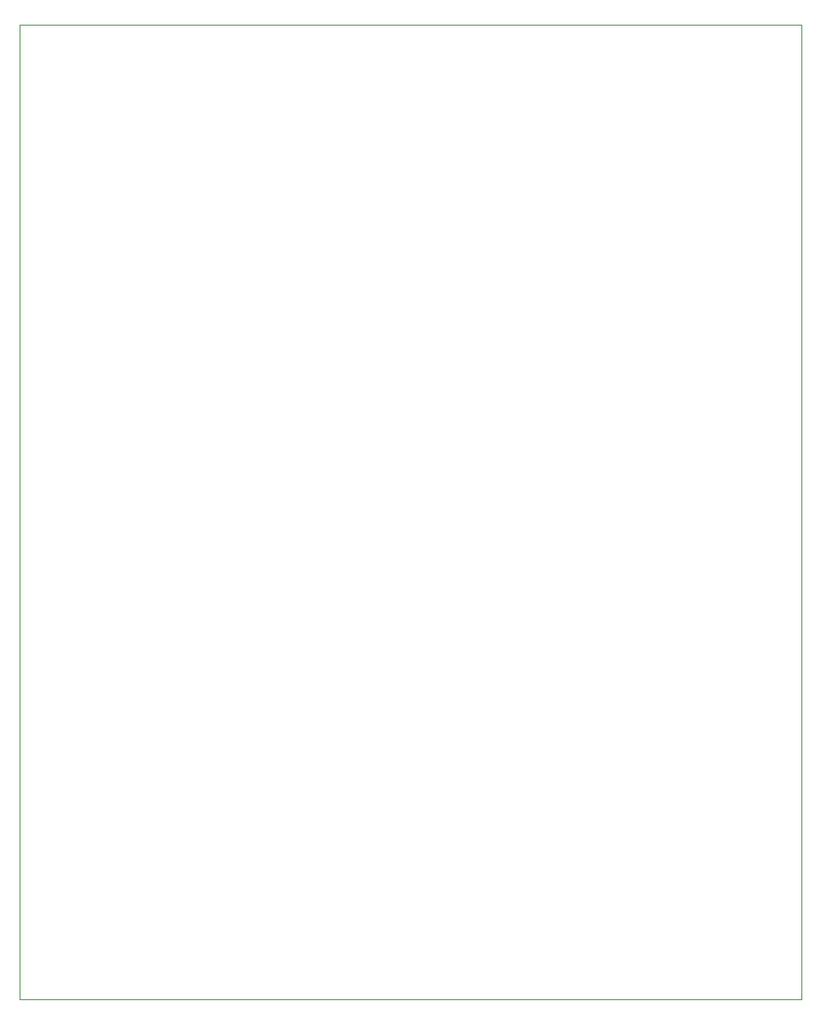
<source format=gbr>
%TF.GenerationSoftware,KiCad,Pcbnew,9.0.2*%
%TF.CreationDate,2025-06-30T11:38:54+08:00*%
%TF.ProjectId,flamepad,666c616d-6570-4616-942e-6b696361645f,rev?*%
%TF.SameCoordinates,Original*%
%TF.FileFunction,Profile,NP*%
%FSLAX46Y46*%
G04 Gerber Fmt 4.6, Leading zero omitted, Abs format (unit mm)*
G04 Created by KiCad (PCBNEW 9.0.2) date 2025-06-30 11:38:54*
%MOMM*%
%LPD*%
G01*
G04 APERTURE LIST*
%TA.AperFunction,Profile*%
%ADD10C,0.050000*%
%TD*%
G04 APERTURE END LIST*
D10*
X96718750Y-53050000D02*
X174381250Y-53050000D01*
X174381250Y-149931250D01*
X96718750Y-149931250D01*
X96718750Y-53050000D01*
M02*

</source>
